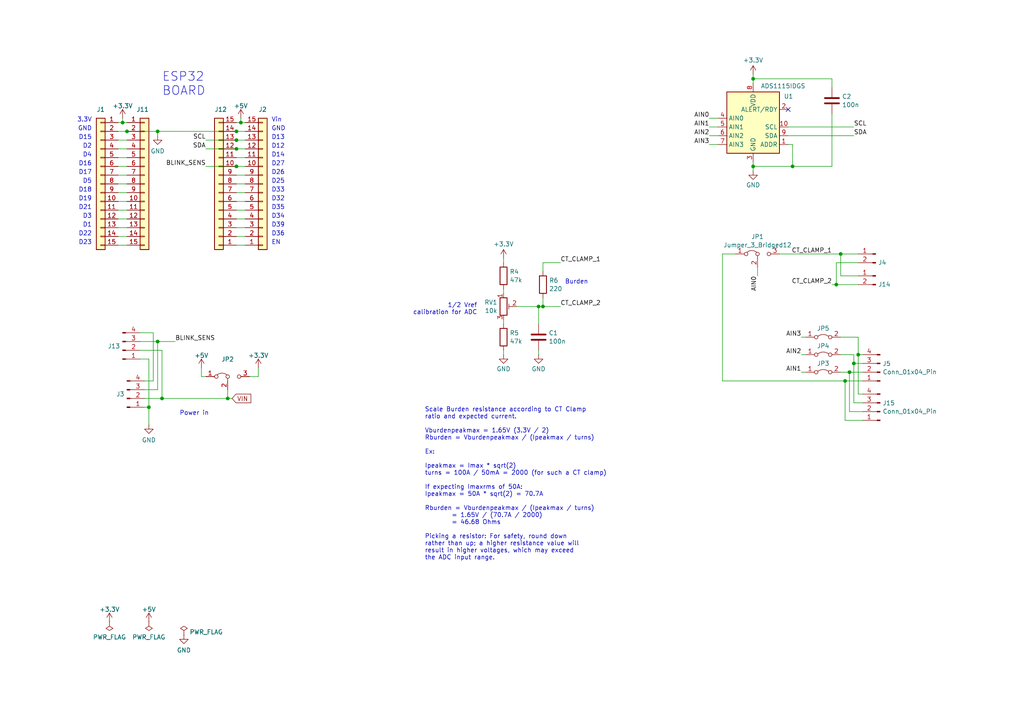
<source format=kicad_sch>
(kicad_sch (version 20230121) (generator eeschema)
  (paper "A4")
  (title_block (title "ESPHome Power Monitor") (date "2023-10-08") (rev "0") (company "MichD"))
  (lib_symbols
    (symbol "Analog_ADC:ADS1115IDGS"
      (property "Reference" "U" (at 2.54 13.97 0))
      (property "Value" "ADS1115IDGS" (at 7.62 11.43 0))
      (symbol "ADS1115IDGS_0_1"
        (rectangle (start -7.62 10.16) (end 7.62 -7.62) (stroke (width 0.254)) (fill (type background)))
      )
      (symbol "ADS1115IDGS_1_1"
        (pin input line (at 10.16 -5.08 180) (length 2.54) (name "ADDR") (number "1"))
        (pin input line (at 10.16 0 180) (length 2.54) (name "SCL") (number "10"))
        (pin output line (at 10.16 5.08 180) (length 2.54) (name "ALERT/RDY") (number "2"))
        (pin power_in line (at 0 -10.16 90) (length 2.54) (name "GND") (number "3"))
        (pin input line (at -10.16 2.54 0) (length 2.54) (name "AIN0") (number "4"))
        (pin input line (at -10.16 0 0) (length 2.54) (name "AIN1") (number "5"))
        (pin input line (at -10.16 -2.54 0) (length 2.54) (name "AIN2") (number "6"))
        (pin input line (at -10.16 -5.08 0) (length 2.54) (name "AIN3") (number "7"))
        (pin power_in line (at 0 12.7 270) (length 2.54) (name "VDD") (number "8"))
        (pin bidirectional line (at 10.16 -2.54 180) (length 2.54) (name "SDA") (number "9"))
      )
    )
    (symbol "Connector:Conn_01x02_Pin" (pin_names (offset 1.016) hide)
      (property "Reference" "J" (at 0 2.54 0))
      (property "Value" "Conn_01x02_Pin" (at 0 -5.08 0))
      (symbol "Conn_01x02_Pin_1_1"
        (polyline (pts (xy 1.27 -2.54) (xy 0.8636 -2.54)) (stroke (width 0.1524)))
        (polyline (pts (xy 1.27 0) (xy 0.8636 0)) (stroke (width 0.1524)))
        (rectangle (start 0.8636 -2.413) (end 0 -2.667) (stroke (width 0.1524)) (fill (type outline)))
        (rectangle (start 0.8636 0.127) (end 0 -0.127) (stroke (width 0.1524)) (fill (type outline)))
        (pin passive line (at 5.08 0 180) (length 3.81) (name "Pin_1") (number "1"))
        (pin passive line (at 5.08 -2.54 180) (length 3.81) (name "Pin_2") (number "2"))
      )
    )
    (symbol "Connector:Conn_01x04_Pin" (pin_names (offset 1.016) hide)
      (property "Reference" "J" (at 0 5.08 0))
      (property "Value" "Conn_01x04_Pin" (at 0 -7.62 0))
      (symbol "Conn_01x04_Pin_1_1"
        (polyline (pts (xy 1.27 -5.08) (xy 0.8636 -5.08)) (stroke (width 0.1524)))
        (polyline (pts (xy 1.27 -2.54) (xy 0.8636 -2.54)) (stroke (width 0.1524)))
        (polyline (pts (xy 1.27 0) (xy 0.8636 0)) (stroke (width 0.1524)))
        (polyline (pts (xy 1.27 2.54) (xy 0.8636 2.54)) (stroke (width 0.1524)))
        (rectangle (start 0.8636 -4.953) (end 0 -5.207) (stroke (width 0.1524)) (fill (type outline)))
        (rectangle (start 0.8636 -2.413) (end 0 -2.667) (stroke (width 0.1524)) (fill (type outline)))
        (rectangle (start 0.8636 0.127) (end 0 -0.127) (stroke (width 0.1524)) (fill (type outline)))
        (rectangle (start 0.8636 2.667) (end 0 2.413) (stroke (width 0.1524)) (fill (type outline)))
        (pin passive line (at 5.08 2.54 180) (length 3.81) (name "Pin_1") (number "1"))
        (pin passive line (at 5.08 0 180) (length 3.81) (name "Pin_2") (number "2"))
        (pin passive line (at 5.08 -2.54 180) (length 3.81) (name "Pin_3") (number "3"))
        (pin passive line (at 5.08 -5.08 180) (length 3.81) (name "Pin_4") (number "4"))
      )
    )
    (symbol "Connector_Generic:Conn_01x15" (pin_names (offset 1.016) hide)
      (property "Reference" "J" (at 0 20.32 0))
      (property "Value" "Conn_01x15" (at 0 -20.32 0))
      (symbol "Conn_01x15_1_1"
        (rectangle (start -1.27 -17.653) (end 0 -17.907) (stroke (width 0.1524)))
        (rectangle (start -1.27 -15.113) (end 0 -15.367) (stroke (width 0.1524)))
        (rectangle (start -1.27 -12.573) (end 0 -12.827) (stroke (width 0.1524)))
        (rectangle (start -1.27 -10.033) (end 0 -10.287) (stroke (width 0.1524)))
        (rectangle (start -1.27 -7.493) (end 0 -7.747) (stroke (width 0.1524)))
        (rectangle (start -1.27 -4.953) (end 0 -5.207) (stroke (width 0.1524)))
        (rectangle (start -1.27 -2.413) (end 0 -2.667) (stroke (width 0.1524)))
        (rectangle (start -1.27 0.127) (end 0 -0.127) (stroke (width 0.1524)))
        (rectangle (start -1.27 2.667) (end 0 2.413) (stroke (width 0.1524)))
        (rectangle (start -1.27 5.207) (end 0 4.953) (stroke (width 0.1524)))
        (rectangle (start -1.27 7.747) (end 0 7.493) (stroke (width 0.1524)))
        (rectangle (start -1.27 10.287) (end 0 10.033) (stroke (width 0.1524)))
        (rectangle (start -1.27 12.827) (end 0 12.573) (stroke (width 0.1524)))
        (rectangle (start -1.27 15.367) (end 0 15.113) (stroke (width 0.1524)))
        (rectangle (start -1.27 17.907) (end 0 17.653) (stroke (width 0.1524)))
        (rectangle (start -1.27 19.05) (end 1.27 -19.05) (stroke (width 0.254)) (fill (type background)))
        (pin passive line (at -5.08 17.78 0) (length 3.81) (name "Pin_1") (number "1"))
        (pin passive line (at -5.08 -5.08 0) (length 3.81) (name "Pin_10") (number "10"))
        (pin passive line (at -5.08 -7.62 0) (length 3.81) (name "Pin_11") (number "11"))
        (pin passive line (at -5.08 -10.16 0) (length 3.81) (name "Pin_12") (number "12"))
        (pin passive line (at -5.08 -12.7 0) (length 3.81) (name "Pin_13") (number "13"))
        (pin passive line (at -5.08 -15.24 0) (length 3.81) (name "Pin_14") (number "14"))
        (pin passive line (at -5.08 -17.78 0) (length 3.81) (name "Pin_15") (number "15"))
        (pin passive line (at -5.08 15.24 0) (length 3.81) (name "Pin_2") (number "2"))
        (pin passive line (at -5.08 12.7 0) (length 3.81) (name "Pin_3") (number "3"))
        (pin passive line (at -5.08 10.16 0) (length 3.81) (name "Pin_4") (number "4"))
        (pin passive line (at -5.08 7.62 0) (length 3.81) (name "Pin_5") (number "5"))
        (pin passive line (at -5.08 5.08 0) (length 3.81) (name "Pin_6") (number "6"))
        (pin passive line (at -5.08 2.54 0) (length 3.81) (name "Pin_7") (number "7"))
        (pin passive line (at -5.08 0 0) (length 3.81) (name "Pin_8") (number "8"))
        (pin passive line (at -5.08 -2.54 0) (length 3.81) (name "Pin_9") (number "9"))
      )
    )
    (symbol "Device:C" (pin_numbers hide) (pin_names (offset 0.254))
      (property "Reference" "C" (at 0.635 2.54 0))
      (property "Value" "C" (at 0.635 -2.54 0))
      (symbol "C_0_1"
        (polyline (pts (xy -2.032 -0.762) (xy 2.032 -0.762)) (stroke (width 0.508)))
        (polyline (pts (xy -2.032 0.762) (xy 2.032 0.762)) (stroke (width 0.508)))
      )
      (symbol "C_1_1"
        (pin passive line (at 0 3.81 270) (length 2.794) (name "~") (number "1"))
        (pin passive line (at 0 -3.81 90) (length 2.794) (name "~") (number "2"))
      )
    )
    (symbol "Device:R" (pin_numbers hide) (pin_names (offset 0))
      (property "Reference" "R" (at 2.032 0 90))
      (property "Value" "R" (at 0 0 90))
      (symbol "R_0_1"
        (rectangle (start -1.016 -2.54) (end 1.016 2.54) (stroke (width 0.254)))
      )
      (symbol "R_1_1"
        (pin passive line (at 0 3.81 270) (length 1.27) (name "~") (number "1"))
        (pin passive line (at 0 -3.81 90) (length 1.27) (name "~") (number "2"))
      )
    )
    (symbol "Device:R_Potentiometer_Trim" (pin_names (offset 1.016) hide)
      (property "Reference" "RV" (at -4.445 0 90))
      (property "Value" "R_Potentiometer_Trim" (at -2.54 0 90))
      (symbol "R_Potentiometer_Trim_0_1"
        (polyline (pts (xy 1.524 0.762) (xy 1.524 -0.762)))
        (polyline (pts (xy 2.54 0) (xy 1.524 0)))
        (rectangle (start 1.016 2.54) (end -1.016 -2.54) (stroke (width 0.254)))
      )
      (symbol "R_Potentiometer_Trim_1_1"
        (pin passive line (at 0 3.81 270) (length 1.27) (name "1") (number "1"))
        (pin passive line (at 3.81 0 180) (length 1.27) (name "2") (number "2"))
        (pin passive line (at 0 -3.81 90) (length 1.27) (name "3") (number "3"))
      )
    )
    (symbol "Jumper:Jumper_2_Bridged" (pin_names (offset 0) hide)
      (property "Reference" "JP" (at 0 1.905 0))
      (property "Value" "Jumper_2_Bridged" (at 0 -2.54 0))
      (symbol "Jumper_2_Bridged_0_0"
        (circle (center -2.032 0) (radius 0.508))
        (circle (center 2.032 0) (radius 0.508))
      )
      (symbol "Jumper_2_Bridged_0_1"
        (arc (start 1.524 0.254) (mid 0 0.762) (end -1.524 0.254))
      )
      (symbol "Jumper_2_Bridged_1_1"
        (pin passive line (at -5.08 0 0) (length 2.54) (name "A") (number "1"))
        (pin passive line (at 5.08 0 180) (length 2.54) (name "B") (number "2"))
      )
    )
    (symbol "Jumper:Jumper_3_Bridged12" (pin_names (offset 0) hide)
      (property "Reference" "JP" (at -2.54 -2.54 0))
      (property "Value" "Jumper_3_Bridged12" (at 0 2.794 0))
      (symbol "Jumper_3_Bridged12_0_0"
        (circle (center -3.302 0) (radius 0.508))
        (circle (center 0 0) (radius 0.508))
        (circle (center 3.302 0) (radius 0.508))
      )
      (symbol "Jumper_3_Bridged12_0_1"
        (arc (start -0.254 0.508) (mid -1.651 0.9912) (end -3.048 0.508))
        (polyline (pts (xy 0 -1.27) (xy 0 -0.508)))
      )
      (symbol "Jumper_3_Bridged12_1_1"
        (pin passive line (at -6.35 0 0) (length 2.54) (name "A") (number "1"))
        (pin passive line (at 0 -3.81 90) (length 2.54) (name "C") (number "2"))
        (pin passive line (at 6.35 0 180) (length 2.54) (name "B") (number "3"))
      )
    )
    (symbol "power:+3.3V" (power) (pin_names (offset 0))
      (property "Value" "+3.3V" (at 0 3.556 0))
      (symbol "+3.3V_0_1"
        (polyline (pts (xy -0.762 1.27) (xy 0 2.54)))
        (polyline (pts (xy 0 0) (xy 0 2.54)))
        (polyline (pts (xy 0 2.54) (xy 0.762 1.27)))
      )
      (symbol "+3.3V_1_1"
        (pin power_in line (at 0 0 90) (length 0) hide (name "+3.3V") (number "1"))
      )
    )
    (symbol "power:+5V" (power) (pin_names (offset 0))
      (property "Value" "+5V" (at 0 3.556 0))
      (symbol "+5V_0_1"
        (polyline (pts (xy -0.762 1.27) (xy 0 2.54)))
        (polyline (pts (xy 0 0) (xy 0 2.54)))
        (polyline (pts (xy 0 2.54) (xy 0.762 1.27)))
      )
      (symbol "+5V_1_1"
        (pin power_in line (at 0 0 90) (length 0) hide (name "+5V") (number "1"))
      )
    )
    (symbol "power:GND" (power) (pin_names (offset 0))
      (property "Value" "GND" (at 0 -3.81 0))
      (symbol "GND_0_1"
        (polyline (pts (xy 0 0) (xy 0 -1.27) (xy 1.27 -1.27) (xy 0 -2.54) (xy -1.27 -1.27) (xy 0 -1.27)))
      )
      (symbol "GND_1_1"
        (pin power_in line (at 0 0 270) (length 0) hide (name "GND") (number "1"))
      )
    )
    (symbol "power:PWR_FLAG" (power) (pin_numbers hide) (pin_names (offset 0) hide)
      (property "Value" "PWR_FLAG" (at 0 3.81 0))
      (symbol "PWR_FLAG_0_0"
        (pin power_out line (at 0 0 90) (length 0) (name "pwr") (number "1"))
      )
      (symbol "PWR_FLAG_0_1"
        (polyline (pts (xy 0 0) (xy 0 1.27) (xy -1.016 1.905) (xy 0 2.54) (xy 1.016 1.905) (xy 0 1.27)))
      )
    )
  )
  (junction (at 43.18 118.11))
  (junction (at 36.83 38.1))
  (junction (at 156.21 88.9))
  (junction (at 66.04 115.57))
  (junction (at 68.58 43.18))
  (junction (at 45.72 99.06))
  (junction (at 242.57 82.55))
  (junction (at 35.56 35.56))
  (junction (at 243.84 73.66))
  (junction (at 46.99 115.57))
  (junction (at 247.65 105.41))
  (junction (at 68.58 48.26))
  (junction (at 157.48 88.9))
  (junction (at 218.44 22.86))
  (junction (at 45.72 38.1))
  (junction (at 245.11 110.49))
  (junction (at 248.92 102.87))
  (junction (at 68.58 40.64))
  (junction (at 218.44 48.26))
  (junction (at 229.87 48.26))
  (junction (at 69.85 35.56))
  (junction (at 68.58 38.1))
  (junction (at 246.38 107.95))
  (no_connect (at 228.6 31.75))
  (wire (pts (xy 241.3 33.02) (xy 241.3 48.26)))
  (wire (pts (xy 247.65 105.41) (xy 250.19 105.41)))
  (wire (pts (xy 245.11 110.49) (xy 250.19 110.49)))
  (wire (pts (xy 40.64 96.52) (xy 44.45 96.52)))
  (wire (pts (xy 35.56 35.56) (xy 34.29 35.56)))
  (wire (pts (xy 218.44 21.59) (xy 218.44 22.86)))
  (wire (pts (xy 34.29 45.72) (xy 36.83 45.72)))
  (wire (pts (xy 34.29 66.04) (xy 36.83 66.04)))
  (wire (pts (xy 157.48 76.2) (xy 157.48 78.74)))
  (wire (pts (xy 157.48 76.2) (xy 162.56 76.2)))
  (wire (pts (xy 68.58 58.42) (xy 71.12 58.42)))
  (wire (pts (xy 45.72 99.06) (xy 45.72 113.03)))
  (wire (pts (xy 218.44 46.99) (xy 218.44 48.26)))
  (wire (pts (xy 247.65 116.84) (xy 247.65 105.41)))
  (wire (pts (xy 242.57 82.55) (xy 242.57 76.2)))
  (wire (pts (xy 229.87 48.26) (xy 229.87 41.91)))
  (wire (pts (xy 34.29 53.34) (xy 36.83 53.34)))
  (wire (pts (xy 248.92 114.3) (xy 248.92 102.87)))
  (wire (pts (xy 243.84 73.66) (xy 248.92 73.66)))
  (wire (pts (xy 149.86 88.9) (xy 156.21 88.9)))
  (wire (pts (xy 41.91 115.57) (xy 46.99 115.57)))
  (wire (pts (xy 156.21 88.9) (xy 157.48 88.9)))
  (wire (pts (xy 45.72 38.1) (xy 68.58 38.1)))
  (wire (pts (xy 34.29 68.58) (xy 36.83 68.58)))
  (wire (pts (xy 205.74 36.83) (xy 208.28 36.83)))
  (wire (pts (xy 248.92 80.01) (xy 243.84 80.01)))
  (wire (pts (xy 69.85 34.29) (xy 69.85 35.56)))
  (wire (pts (xy 34.29 48.26) (xy 36.83 48.26)))
  (wire (pts (xy 46.99 115.57) (xy 66.04 115.57)))
  (wire (pts (xy 205.74 34.29) (xy 208.28 34.29)))
  (wire (pts (xy 66.04 115.57) (xy 67.31 115.57)))
  (wire (pts (xy 218.44 48.26) (xy 218.44 49.53)))
  (wire (pts (xy 74.93 106.68) (xy 74.93 109.22)))
  (wire (pts (xy 68.58 66.04) (xy 71.12 66.04)))
  (wire (pts (xy 246.38 119.38) (xy 246.38 107.95)))
  (wire (pts (xy 228.6 39.37) (xy 247.65 39.37)))
  (wire (pts (xy 146.05 74.93) (xy 146.05 76.2)))
  (wire (pts (xy 241.3 22.86) (xy 218.44 22.86)))
  (wire (pts (xy 34.29 58.42) (xy 36.83 58.42)))
  (wire (pts (xy 40.64 99.06) (xy 45.72 99.06)))
  (wire (pts (xy 68.58 50.8) (xy 71.12 50.8)))
  (wire (pts (xy 232.41 97.79) (xy 233.68 97.79)))
  (wire (pts (xy 146.05 101.6) (xy 146.05 102.87)))
  (wire (pts (xy 68.58 71.12) (xy 71.12 71.12)))
  (wire (pts (xy 40.64 104.14) (xy 43.18 104.14)))
  (wire (pts (xy 35.56 35.56) (xy 36.83 35.56)))
  (wire (pts (xy 248.92 102.87) (xy 248.92 97.79)))
  (wire (pts (xy 218.44 48.26) (xy 229.87 48.26)))
  (wire (pts (xy 69.85 35.56) (xy 71.12 35.56)))
  (wire (pts (xy 46.99 101.6) (xy 46.99 115.57)))
  (wire (pts (xy 250.19 114.3) (xy 248.92 114.3)))
  (wire (pts (xy 59.69 40.64) (xy 68.58 40.64)))
  (wire (pts (xy 40.64 101.6) (xy 46.99 101.6)))
  (wire (pts (xy 228.6 36.83) (xy 247.65 36.83)))
  (wire (pts (xy 241.3 82.55) (xy 242.57 82.55)))
  (wire (pts (xy 246.38 107.95) (xy 250.19 107.95)))
  (wire (pts (xy 243.84 107.95) (xy 246.38 107.95)))
  (wire (pts (xy 219.71 77.47) (xy 219.71 80.01)))
  (wire (pts (xy 34.29 40.64) (xy 36.83 40.64)))
  (wire (pts (xy 156.21 88.9) (xy 156.21 93.98)))
  (wire (pts (xy 241.3 48.26) (xy 229.87 48.26)))
  (wire (pts (xy 34.29 71.12) (xy 36.83 71.12)))
  (wire (pts (xy 243.84 97.79) (xy 248.92 97.79)))
  (wire (pts (xy 43.18 104.14) (xy 43.18 118.11)))
  (wire (pts (xy 74.93 109.22) (xy 72.39 109.22)))
  (wire (pts (xy 68.58 38.1) (xy 71.12 38.1)))
  (wire (pts (xy 68.58 60.96) (xy 71.12 60.96)))
  (wire (pts (xy 248.92 102.87) (xy 250.19 102.87)))
  (wire (pts (xy 248.92 82.55) (xy 242.57 82.55)))
  (wire (pts (xy 68.58 45.72) (xy 71.12 45.72)))
  (wire (pts (xy 243.84 102.87) (xy 247.65 102.87)))
  (wire (pts (xy 59.69 48.26) (xy 68.58 48.26)))
  (wire (pts (xy 45.72 113.03) (xy 41.91 113.03)))
  (wire (pts (xy 156.21 101.6) (xy 156.21 102.87)))
  (wire (pts (xy 250.19 121.92) (xy 245.11 121.92)))
  (wire (pts (xy 157.48 88.9) (xy 162.56 88.9)))
  (wire (pts (xy 45.72 99.06) (xy 50.8 99.06)))
  (wire (pts (xy 68.58 48.26) (xy 71.12 48.26)))
  (wire (pts (xy 68.58 53.34) (xy 71.12 53.34)))
  (wire (pts (xy 250.19 116.84) (xy 247.65 116.84)))
  (wire (pts (xy 34.29 43.18) (xy 36.83 43.18)))
  (wire (pts (xy 218.44 22.86) (xy 218.44 24.13)))
  (wire (pts (xy 66.04 113.03) (xy 66.04 115.57)))
  (wire (pts (xy 68.58 55.88) (xy 71.12 55.88)))
  (wire (pts (xy 146.05 83.82) (xy 146.05 85.09)))
  (wire (pts (xy 59.69 43.18) (xy 68.58 43.18)))
  (wire (pts (xy 68.58 68.58) (xy 71.12 68.58)))
  (wire (pts (xy 68.58 40.64) (xy 71.12 40.64)))
  (wire (pts (xy 34.29 60.96) (xy 36.83 60.96)))
  (wire (pts (xy 34.29 55.88) (xy 36.83 55.88)))
  (wire (pts (xy 35.56 34.29) (xy 35.56 35.56)))
  (wire (pts (xy 43.18 118.11) (xy 43.18 123.19)))
  (wire (pts (xy 245.11 121.92) (xy 245.11 110.49)))
  (wire (pts (xy 250.19 119.38) (xy 246.38 119.38)))
  (wire (pts (xy 36.83 38.1) (xy 45.72 38.1)))
  (wire (pts (xy 146.05 92.71) (xy 146.05 93.98)))
  (wire (pts (xy 232.41 107.95) (xy 233.68 107.95)))
  (wire (pts (xy 68.58 43.18) (xy 71.12 43.18)))
  (wire (pts (xy 34.29 63.5) (xy 36.83 63.5)))
  (wire (pts (xy 205.74 39.37) (xy 208.28 39.37)))
  (wire (pts (xy 41.91 110.49) (xy 44.45 110.49)))
  (wire (pts (xy 34.29 38.1) (xy 36.83 38.1)))
  (wire (pts (xy 68.58 63.5) (xy 71.12 63.5)))
  (wire (pts (xy 44.45 96.52) (xy 44.45 110.49)))
  (wire (pts (xy 209.55 73.66) (xy 209.55 110.49)))
  (wire (pts (xy 229.87 41.91) (xy 228.6 41.91)))
  (wire (pts (xy 45.72 39.37) (xy 45.72 38.1)))
  (wire (pts (xy 242.57 76.2) (xy 248.92 76.2)))
  (wire (pts (xy 241.3 25.4) (xy 241.3 22.86)))
  (wire (pts (xy 247.65 105.41) (xy 247.65 102.87)))
  (wire (pts (xy 58.42 106.68) (xy 58.42 109.22)))
  (wire (pts (xy 209.55 110.49) (xy 245.11 110.49)))
  (wire (pts (xy 34.29 50.8) (xy 36.83 50.8)))
  (wire (pts (xy 68.58 35.56) (xy 69.85 35.56)))
  (wire (pts (xy 213.36 73.66) (xy 209.55 73.66)))
  (wire (pts (xy 243.84 80.01) (xy 243.84 73.66)))
  (wire (pts (xy 43.18 118.11) (xy 41.91 118.11)))
  (wire (pts (xy 226.06 73.66) (xy 243.84 73.66)))
  (wire (pts (xy 157.48 86.36) (xy 157.48 88.9)))
  (wire (pts (xy 205.74 41.91) (xy 208.28 41.91)))
  (wire (pts (xy 232.41 102.87) (xy 233.68 102.87)))
  (wire (pts (xy 58.42 109.22) (xy 59.69 109.22)))
  (text "D15" (at 26.67 40.64 0) (effects (font (size 1.27 1.27)) (justify right bottom)))
  (text "D33" (at 78.74 55.88 0) (effects (font (size 1.27 1.27)) (justify left bottom)))
  (text "Vin" (at 78.74 35.56 0) (effects (font (size 1.27 1.27)) (justify left bottom)))
  (text "D1" (at 26.67 66.04 0) (effects (font (size 1.27 1.27)) (justify right bottom)))
  (text "Burden" (at 163.83 82.55 0) (effects (font (size 1.27 1.27)) (justify left bottom)))
  (text "D22" (at 26.67 68.58 0) (effects (font (size 1.27 1.27)) (justify right bottom)))
  (text "Power in" (at 52.07 120.65 0) (effects (font (size 1.27 1.27)) (justify left bottom)))
  (text "D14" (at 78.74 45.72 0) (effects (font (size 1.27 1.27)) (justify left bottom)))
  (text "D12" (at 78.74 43.18 0) (effects (font (size 1.27 1.27)) (justify left bottom)))
  (text "D26" (at 78.74 50.8 0) (effects (font (size 1.27 1.27)) (justify left bottom)))
  (text "D2" (at 26.67 43.18 0) (effects (font (size 1.27 1.27)) (justify right bottom)))
  (text "D35" (at 78.74 60.96 0) (effects (font (size 1.27 1.27)) (justify left bottom)))
  (text "EN" (at 78.74 71.12 0) (effects (font (size 1.27 1.27)) (justify left bottom)))
  (text "D36" (at 78.74 68.58 0) (effects (font (size 1.27 1.27)) (justify left bottom)))
  (text "D23" (at 26.67 71.12 0) (effects (font (size 1.27 1.27)) (justify right bottom)))
  (text "D18" (at 26.67 55.88 0) (effects (font (size 1.27 1.27)) (justify right bottom)))
  (text "D27" (at 78.74 48.26 0) (effects (font (size 1.27 1.27)) (justify left bottom)))
  (text "1/2 Vref\ncalibration for ADC" (at 138.43 91.44 0) (effects (font (size 1.27 1.27)) (justify right bottom)))
  (text "D32" (at 78.74 58.42 0) (effects (font (size 1.27 1.27)) (justify left bottom)))
  (text "D39" (at 78.74 66.04 0) (effects (font (size 1.27 1.27)) (justify left bottom)))
  (text "D13" (at 78.74 40.64 0) (effects (font (size 1.27 1.27)) (justify left bottom)))
  (text "D25" (at 78.74 53.34 0) (effects (font (size 1.27 1.27)) (justify left bottom)))
  (text "D19" (at 26.67 58.42 0) (effects (font (size 1.27 1.27)) (justify right bottom)))
  (text "D34" (at 78.74 63.5 0) (effects (font (size 1.27 1.27)) (justify left bottom)))
  (text "D21" (at 26.67 60.96 0) (effects (font (size 1.27 1.27)) (justify right bottom)))
  (text "3.3V" (at 26.67 35.56 0) (effects (font (size 1.27 1.27)) (justify right bottom)))
  (text "D4" (at 26.67 45.72 0) (effects (font (size 1.27 1.27)) (justify right bottom)))
  (text "D5" (at 26.67 53.34 0) (effects (font (size 1.27 1.27)) (justify right bottom)))
  (text "Scale Burden resistance according to CT Clamp\nratio and expected current.\n\nVburdenpeakmax = 1.65V (3.3V / 2)\nRburden = Vburdenpeakmax / (Ipeakmax / turns)\n\nEx:\n\nIpeakmax = Imax * sqrt(2)\nturns = 100A / 50mA = 2000 (for such a CT clamp)\n\nIf expecting Imaxrms of 50A:\nIpeakmax = 50A * sqrt(2) = 70.7A\n\nRburden = Vburdenpeakmax / (Ipeakmax / turns) \n        = 1.65V / (70.7A / 2000)\n        = 46.68 Ohms\n\nPicking a resistor: For safety, round down\nrather than up; a higher resistance value will \nresult in higher voltages, which may exceed\nthe ADC input range." (at 123.19 162.56 0) (effects (font (size 1.27 1.27)) (justify left bottom)))
  (text "ESP32\nBOARD" (at 46.99 27.94 0) (effects (font (size 2.54 2.54)) (justify left bottom)))
  (text "D16" (at 26.67 48.26 0) (effects (font (size 1.27 1.27)) (justify right bottom)))
  (text "GND" (at 78.74 38.1 0) (effects (font (size 1.27 1.27)) (justify left bottom)))
  (text "GND" (at 26.67 38.1 0) (effects (font (size 1.27 1.27)) (justify right bottom)))
  (text "D17" (at 26.67 50.8 0) (effects (font (size 1.27 1.27)) (justify right bottom)))
  (text "D3" (at 26.67 63.5 0) (effects (font (size 1.27 1.27)) (justify right bottom)))
  (label "AIN0" (at 219.71 80.01 270))
  (label "AIN2" (at 232.41 102.87 180))
  (label "SCL" (at 59.69 40.64 180))
  (label "AIN0" (at 205.74 34.29 180))
  (label "BLINK_SENS" (at 59.69 48.26 180))
  (label "AIN3" (at 232.41 97.79 180))
  (label "SDA" (at 247.65 39.37 0))
  (label "CT_CLAMP_2" (at 241.3 82.55 180))
  (label "CT_CLAMP_1" (at 162.56 76.2 0))
  (label "CT_CLAMP_1" (at 241.3 73.66 180))
  (label "AIN2" (at 205.74 39.37 180))
  (label "SDA" (at 59.69 43.18 180))
  (label "CT_CLAMP_2" (at 162.56 88.9 0))
  (label "AIN1" (at 205.74 36.83 180))
  (label "AIN3" (at 205.74 41.91 180))
  (label "BLINK_SENS" (at 50.8 99.06 0))
  (label "AIN1" (at 232.41 107.95 180))
  (label "SCL" (at 247.65 36.83 0))
  (global_label "VIN" (shape input) (at 67.31 115.57 0) (property "Intersheetrefs" "${INTERSHEET_REFS}" (effects hide)))
  (symbol (lib_id "power:+5V") (at 58.42 106.68 0) (unit 1)
    (property "Reference" "#PWR02" (effects hide))
    (property "Value" "+5V" (at 58.42 103.1042 0))
  )
  (symbol (lib_id "Connector:Conn_01x04_Pin") (at 255.27 119.38 180) (unit 1)
    (property "Reference" "J15" (at 255.9812 116.8979 0) (effects (justify right)))
    (property "Value" "Conn_01x04_Pin" (at 255.9812 119.3221 0) (effects (justify right)))
    (property "Footprint" "Connector_PinHeader_2.54mm:PinHeader_1x04_P2.54mm_Vertical" (effects hide))
  )
  (symbol (lib_id "power:GND") (at 43.18 123.19 0) (unit 1)
    (property "Reference" "#PWR04" (effects hide))
    (property "Value" "GND" (at 43.18 127.6334 0))
  )
  (symbol (lib_id "power:+3.3V") (at 31.75 180.34 0) (unit 1)
    (property "Reference" "#PWR0109" (effects hide))
    (property "Value" "+3.3V" (at 31.75 176.7642 0))
  )
  (symbol (lib_id "power:+5V") (at 43.18 180.34 0) (unit 1)
    (property "Reference" "#PWR0110" (effects hide))
    (property "Value" "+5V" (at 43.18 176.7642 0))
  )
  (symbol (lib_id "power:GND") (at 218.44 49.53 0) (unit 1)
    (property "Reference" "#PWR08" (effects hide))
    (property "Value" "GND" (at 218.44 53.6631 0))
  )
  (symbol (lib_id "Jumper:Jumper_3_Bridged12") (at 219.71 73.66 0) (unit 1)
    (property "Reference" "JP1" (at 219.71 68.6515 0))
    (property "Value" "Jumper_3_Bridged12" (at 219.71 71.0757 0))
    (property "Footprint" "Jumper:SolderJumper-3_P2.0mm_Open_TrianglePad1.0x1.5mm" (effects hide))
  )
  (symbol (lib_id "power:PWR_FLAG") (at 31.75 180.34 180) (unit 1)
    (property "Reference" "#FLG0101" (effects hide))
    (property "Value" "PWR_FLAG" (at 31.75 184.7834 0))
  )
  (symbol (lib_id "power:GND") (at 156.21 102.87 0) (unit 1)
    (property "Reference" "#PWR07" (effects hide))
    (property "Value" "GND" (at 156.21 107.0031 0))
  )
  (symbol (lib_id "Device:R") (at 157.48 82.55 0) (unit 1)
    (property "Reference" "R6" (at 159.258 81.3379 0) (effects (justify left)))
    (property "Value" "220" (at 159.258 83.7621 0) (effects (justify left)))
    (property "Footprint" "Resistor_THT:R_Axial_DIN0207_L6.3mm_D2.5mm_P7.62mm_Horizontal" (effects hide))
  )
  (symbol (lib_id "Connector:Conn_01x02_Pin") (at 254 73.66 0) (mirror y) (unit 1)
    (property "Reference" "J4" (at 254.7112 76.1421 0) (effects (justify right)))
    (property "Value" "Conn_01x02_Pin" (effects hide))
    (property "Footprint" "Connector_JST:JST_PH_S2B-PH-K_1x02_P2.00mm_Horizontal" (effects hide))
  )
  (symbol (lib_id "Device:C") (at 241.3 29.21 0) (unit 1)
    (property "Reference" "C2" (at 244.221 27.9979 0) (effects (justify left)))
    (property "Value" "100n" (at 244.221 30.4221 0) (effects (justify left)))
    (property "Footprint" "Capacitor_SMD:C_0603_1608Metric" (effects hide))
    (property "LCSC" "C57112" (effects hide))
  )
  (symbol (lib_id "Connector_Generic:Conn_01x15") (at 63.5 53.34 180) (unit 1)
    (property "Reference" "J12" (at 62.23 31.75 0) (effects (justify right)))
    (property "Value" "Conn_01x15_Male" (effects hide))
    (property "Footprint" "Connector_PinHeader_2.54mm:PinHeader_1x15_P2.54mm_Vertical" (effects hide))
  )
  (symbol (lib_id "power:GND") (at 53.34 184.15 0) (unit 1)
    (property "Reference" "#PWR0108" (effects hide))
    (property "Value" "GND" (at 53.34 188.5934 0))
  )
  (symbol (lib_id "Analog_ADC:ADS1115IDGS") (at 218.44 36.83 0) (unit 1)
    (property "Reference" "U1" (at 227.33 27.94 0) (effects (justify left)))
    (property "Value" "ADS1115IDGS" (at 220.6341 24.9499 0) (effects (justify left)))
    (property "Footprint" "Package_SO:VSSOP-10_3x3mm_P0.5mm" (effects hide))
    (property "Datasheet" "http://www.ti.com/lit/ds/symlink/ads1113.pdf" (effects hide))
    (property "LCSC" "C37593" (effects hide))
  )
  (symbol (lib_id "power:GND") (at 45.72 39.37 0) (unit 1)
    (property "Reference" "#PWR0101" (effects hide))
    (property "Value" "GND" (at 45.72 43.8134 0))
  )
  (symbol (lib_id "Device:C") (at 156.21 97.79 0) (unit 1)
    (property "Reference" "C1" (at 159.131 96.5779 0) (effects (justify left)))
    (property "Value" "100n" (at 159.131 99.0021 0) (effects (justify left)))
    (property "Footprint" "Capacitor_SMD:C_0603_1608Metric" (effects hide))
    (property "LCSC" "C57112" (effects hide))
  )
  (symbol (lib_id "power:PWR_FLAG") (at 53.34 184.15 0) (unit 1)
    (property "Reference" "#FLG0103" (effects hide))
    (property "Value" "PWR_FLAG" (at 54.991 183.3138 0) (effects (justify left)))
  )
  (symbol (lib_id "power:+3.3V") (at 35.56 34.29 0) (unit 1)
    (property "Reference" "#PWR0102" (effects hide))
    (property "Value" "+3.3V" (at 35.56 30.7142 0))
  )
  (symbol (lib_id "Connector_Generic:Conn_01x15") (at 76.2 53.34 0) (mirror x) (unit 1)
    (property "Reference" "J2" (at 76.2 31.75 0))
    (property "Value" "Conn_01x15_Female" (effects hide))
    (property "Footprint" "Connector_PinSocket_2.54mm:PinSocket_1x15_P2.54mm_Vertical" (effects hide))
  )
  (symbol (lib_id "power:+3.3V") (at 218.44 21.59 0) (unit 1)
    (property "Reference" "#PWR09" (effects hide))
    (property "Value" "+3.3V" (at 218.44 17.4569 0))
  )
  (symbol (lib_id "power:GND") (at 146.05 102.87 0) (unit 1)
    (property "Reference" "#PWR05" (effects hide))
    (property "Value" "GND" (at 146.05 107.0031 0))
  )
  (symbol (lib_id "Device:R_Potentiometer_Trim") (at 146.05 88.9 0) (unit 1)
    (property "Reference" "RV1" (at 144.2721 87.6879 0) (effects (justify right)))
    (property "Value" "10k" (at 144.2721 90.1121 0) (effects (justify right)))
    (property "Footprint" "esphome-powermon:Potentiometer_Bourns_3313J_Vertical" (effects hide))
    (property "LCSC" "C124616" (effects hide))
  )
  (symbol (lib_id "Connector_Generic:Conn_01x15") (at 29.21 53.34 0) (mirror y) (unit 1)
    (property "Reference" "J1" (at 29.21 31.75 0))
    (property "Value" "Conn_01x15_Female" (effects hide))
    (property "Footprint" "Connector_PinSocket_2.54mm:PinSocket_1x15_P2.54mm_Vertical" (effects hide))
  )
  (symbol (lib_id "Connector:Conn_01x04_Pin") (at 35.56 101.6 0) (mirror x) (unit 1)
    (property "Reference" "J13" (at 34.8489 100.3879 0) (effects (justify right)))
    (property "Value" "Conn_01x04_Pin" (effects hide))
    (property "Footprint" "Connector_PinHeader_2.54mm:PinHeader_1x04_P2.54mm_Vertical" (effects hide))
  )
  (symbol (lib_id "Connector:Conn_01x04_Pin") (at 255.27 107.95 180) (unit 1)
    (property "Reference" "J5" (at 255.9812 105.4679 0) (effects (justify right)))
    (property "Value" "Conn_01x04_Pin" (at 255.9812 107.8921 0) (effects (justify right)))
    (property "Footprint" "Connector_PinHeader_2.54mm:PinHeader_1x04_P2.54mm_Vertical" (effects hide))
  )
  (symbol (lib_id "power:+3.3V") (at 146.05 74.93 0) (unit 1)
    (property "Reference" "#PWR06" (effects hide))
    (property "Value" "+3.3V" (at 146.05 70.7969 0))
  )
  (symbol (lib_id "Connector:Conn_01x04_Pin") (at 36.83 115.57 0) (mirror x) (unit 1)
    (property "Reference" "J3" (at 36.1189 114.3 0) (effects (justify right)))
    (property "Value" "Conn_01x04_Pin" (effects hide))
    (property "Footprint" "Connector_JST:JST_PH_S4B-PH-K_1x04_P2.00mm_Horizontal" (effects hide))
  )
  (symbol (lib_id "Device:R") (at 146.05 97.79 0) (unit 1)
    (property "Reference" "R5" (at 147.828 96.5779 0) (effects (justify left)))
    (property "Value" "47k" (at 147.828 99.0021 0) (effects (justify left)))
    (property "Footprint" "Resistor_SMD:R_0603_1608Metric" (effects hide))
    (property "LCSC" "C25819" (effects hide))
  )
  (symbol (lib_id "Device:R") (at 146.05 80.01 0) (unit 1)
    (property "Reference" "R4" (at 147.828 78.7979 0) (effects (justify left)))
    (property "Value" "47k" (at 147.828 81.2221 0) (effects (justify left)))
    (property "Footprint" "Resistor_SMD:R_0603_1608Metric" (effects hide))
    (property "LCSC" "C25819" (effects hide))
  )
  (symbol (lib_id "power:PWR_FLAG") (at 43.18 180.34 180) (unit 1)
    (property "Reference" "#FLG0102" (effects hide))
    (property "Value" "PWR_FLAG" (at 43.18 184.7834 0))
  )
  (symbol (lib_id "Jumper:Jumper_2_Bridged") (at 238.76 102.87 0) (unit 1)
    (property "Reference" "JP4" (at 238.76 100.33 0))
    (property "Value" "Jumper_2_Bridged" (effects hide))
    (property "Footprint" "Jumper:SolderJumper-2_P1.3mm_Open_TrianglePad1.0x1.5mm" (effects hide))
  )
  (symbol (lib_id "Jumper:Jumper_2_Bridged") (at 238.76 97.79 0) (unit 1)
    (property "Reference" "JP5" (at 238.76 95.25 0))
    (property "Value" "Jumper_2_Bridged" (effects hide))
    (property "Footprint" "Jumper:SolderJumper-2_P1.3mm_Open_TrianglePad1.0x1.5mm" (effects hide))
  )
  (symbol (lib_id "Connector_Generic:Conn_01x15") (at 41.91 53.34 0) (unit 1)
    (property "Reference" "J11" (at 43.18 31.75 0) (effects (justify right)))
    (property "Value" "Conn_01x15_Male" (effects hide))
    (property "Footprint" "Connector_PinHeader_2.54mm:PinHeader_1x15_P2.54mm_Vertical" (effects hide))
  )
  (symbol (lib_id "Connector:Conn_01x02_Pin") (at 254 80.01 0) (mirror y) (unit 1)
    (property "Reference" "J14" (at 254.7112 82.4921 0) (effects (justify right)))
    (property "Value" "Conn_01x02_Pin" (effects hide))
    (property "Footprint" "Connector_PinHeader_2.54mm:PinHeader_1x02_P2.54mm_Vertical" (effects hide))
  )
  (symbol (lib_id "power:+3.3V") (at 74.93 106.68 0) (unit 1)
    (property "Reference" "#PWR03" (effects hide))
    (property "Value" "+3.3V" (at 74.93 103.1042 0))
  )
  (symbol (lib_id "power:+5V") (at 69.85 34.29 0) (unit 1)
    (property "Reference" "#PWR0103" (effects hide))
    (property "Value" "+5V" (at 69.85 30.7142 0))
  )
  (symbol (lib_id "Jumper:Jumper_2_Bridged") (at 238.76 107.95 0) (unit 1)
    (property "Reference" "JP3" (at 238.76 105.41 0))
    (property "Value" "Jumper_2_Bridged" (effects hide))
    (property "Footprint" "Jumper:SolderJumper-2_P1.3mm_Open_TrianglePad1.0x1.5mm" (effects hide))
  )
  (symbol (lib_id "Jumper:Jumper_3_Bridged12") (at 66.04 109.22 0) (unit 1)
    (property "Reference" "JP2" (at 66.04 104.2115 0))
    (property "Value" "Jumper_3_Bridged12" (effects hide))
    (property "Footprint" "Jumper:SolderJumper-3_P2.0mm_Open_TrianglePad1.0x1.5mm" (effects hide))
  )
)
</source>
